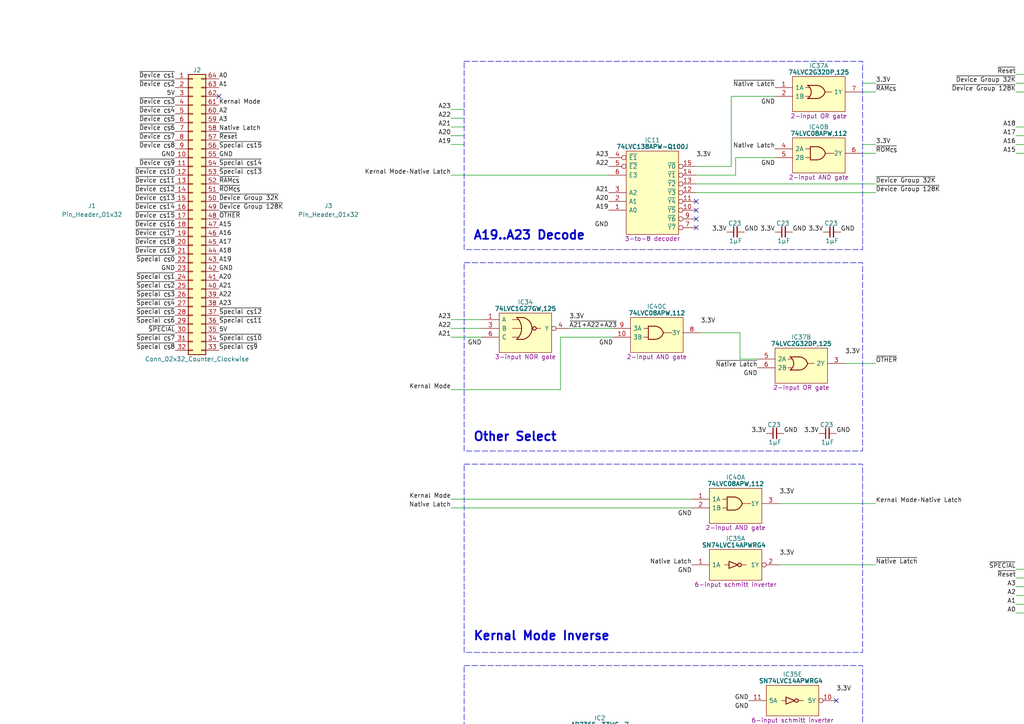
<source format=kicad_sch>
(kicad_sch (version 20230121) (generator eeschema)
  (paper "A4")
  (junction (at 190.5 213.36))
  (junction (at 161.29 213.36))
  (no_connect (at 201.93 60.96))
  (no_connect (at 242.57 203.2))
  (no_connect (at 201.93 66.04))
  (no_connect (at 242.57 219.71))
  (no_connect (at 186.69 218.44))
  (no_connect (at 387.35 107.95))
  (no_connect (at 205.74 236.22))
  (no_connect (at 387.35 113.03))
  (no_connect (at 387.35 110.49))
  (no_connect (at 63.5 27.94))
  (no_connect (at 201.93 63.5))
  (no_connect (at 387.35 115.57))
  (no_connect (at 201.93 58.42))
  (no_connect (at 242.57 237.49))
  (wire (pts (xy 254 105.41) (xy 245.11 105.41)))
  (wire (pts (xy 417.83 46.99) (xy 387.35 46.99)))
  (wire (pts (xy 212.09 27.94) (xy 212.09 48.26)))
  (wire (pts (xy 130.81 92.71) (xy 139.7 92.71)))
  (wire (pts (xy 417.83 177.8) (xy 386.08 177.8)))
  (wire (pts (xy 294.64 172.72) (xy 360.68 172.72)))
  (wire (pts (xy 337.82 64.77) (xy 361.95 64.77)))
  (wire (pts (xy 254 146.05) (xy 226.06 146.05)))
  (wire (pts (xy 417.83 72.39) (xy 387.35 72.39)))
  (wire (pts (xy 294.64 24.13) (xy 298.45 24.13)))
  (wire (pts (xy 417.83 208.28) (xy 386.08 208.28)))
  (wire (pts (xy 417.83 49.53) (xy 387.35 49.53)))
  (wire (pts (xy 214.63 104.14) (xy 219.71 104.14)))
  (wire (pts (xy 214.63 96.52) (xy 214.63 104.14)))
  (wire (pts (xy 254 24.13) (xy 250.19 24.13)))
  (wire (pts (xy 417.83 77.47) (xy 387.35 77.47)))
  (wire (pts (xy 417.83 97.79) (xy 387.35 97.79)))
  (wire (pts (xy 213.36 45.72) (xy 213.36 50.8)))
  (wire (pts (xy 130.81 39.37) (xy 134.62 39.37)))
  (wire (pts (xy 417.83 167.64) (xy 386.08 167.64)))
  (wire (pts (xy 417.83 203.2) (xy 386.08 203.2)))
  (wire (pts (xy 190.5 213.36) (xy 195.58 213.36)))
  (wire (pts (xy 201.93 50.8) (xy 213.36 50.8)))
  (wire (pts (xy 417.83 182.88) (xy 386.08 182.88)))
  (wire (pts (xy 417.83 80.01) (xy 387.35 80.01)))
  (wire (pts (xy 254 26.67) (xy 250.19 26.67)))
  (wire (pts (xy 417.83 36.83) (xy 387.35 36.83)))
  (wire (pts (xy 336.55 198.12) (xy 360.68 198.12)))
  (wire (pts (xy 130.81 95.25) (xy 139.7 95.25)))
  (wire (pts (xy 294.64 44.45) (xy 361.95 44.45)))
  (wire (pts (xy 417.83 205.74) (xy 386.08 205.74)))
  (wire (pts (xy 417.83 175.26) (xy 386.08 175.26)))
  (wire (pts (xy 332.74 165.1) (xy 332.74 162.56)))
  (wire (pts (xy 294.64 36.83) (xy 298.45 36.83)))
  (wire (pts (xy 213.36 45.72) (xy 224.79 45.72)))
  (wire (pts (xy 294.64 165.1) (xy 332.74 165.1)))
  (wire (pts (xy 294.64 21.59) (xy 298.45 21.59)))
  (wire (pts (xy 417.83 213.36) (xy 386.08 213.36)))
  (wire (pts (xy 130.81 113.03) (xy 162.56 113.03)))
  (wire (pts (xy 417.83 74.93) (xy 387.35 74.93)))
  (wire (pts (xy 294.64 167.64) (xy 360.68 167.64)))
  (wire (pts (xy 294.64 41.91) (xy 361.95 41.91)))
  (wire (pts (xy 417.83 44.45) (xy 387.35 44.45)))
  (wire (pts (xy 190.5 218.44) (xy 190.5 213.36)))
  (wire (pts (xy 417.83 41.91) (xy 387.35 41.91)))
  (wire (pts (xy 201.93 53.34) (xy 254 53.34)))
  (wire (pts (xy 130.81 41.91) (xy 134.62 41.91)))
  (wire (pts (xy 417.83 215.9) (xy 386.08 215.9)))
  (wire (pts (xy 294.64 177.8) (xy 360.68 177.8)))
  (wire (pts (xy 417.83 210.82) (xy 386.08 210.82)))
  (wire (pts (xy 294.64 170.18) (xy 298.45 170.18)))
  (wire (pts (xy 130.81 34.29) (xy 134.62 34.29)))
  (wire (pts (xy 130.81 36.83) (xy 134.62 36.83)))
  (wire (pts (xy 130.81 97.79) (xy 139.7 97.79)))
  (wire (pts (xy 165.1 95.25) (xy 177.8 95.25)))
  (wire (pts (xy 130.81 144.78) (xy 200.66 144.78)))
  (wire (pts (xy 417.83 198.12) (xy 386.08 198.12)))
  (wire (pts (xy 332.74 162.56) (xy 360.68 162.56)))
  (wire (pts (xy 417.83 200.66) (xy 386.08 200.66)))
  (wire (pts (xy 417.83 64.77) (xy 387.35 64.77)))
  (wire (pts (xy 130.81 31.75) (xy 134.62 31.75)))
  (wire (pts (xy 417.83 31.75) (xy 387.35 31.75)))
  (wire (pts (xy 417.83 105.41) (xy 387.35 105.41)))
  (wire (pts (xy 162.56 113.03) (xy 162.56 97.79)))
  (wire (pts (xy 417.83 39.37) (xy 387.35 39.37)))
  (wire (pts (xy 294.64 26.67) (xy 298.45 26.67)))
  (wire (pts (xy 254 41.91) (xy 250.19 41.91)))
  (wire (pts (xy 212.09 27.94) (xy 224.79 27.94)))
  (wire (pts (xy 130.81 147.32) (xy 200.66 147.32)))
  (wire (pts (xy 146.05 213.36) (xy 146.05 218.44)))
  (wire (pts (xy 161.29 213.36) (xy 161.29 215.9)))
  (wire (pts (xy 417.83 67.31) (xy 387.35 67.31)))
  (wire (pts (xy 186.69 213.36) (xy 190.5 213.36)))
  (wire (pts (xy 417.83 172.72) (xy 386.08 172.72)))
  (wire (pts (xy 146.05 213.36) (xy 161.29 213.36)))
  (wire (pts (xy 417.83 82.55) (xy 387.35 82.55)))
  (wire (pts (xy 417.83 34.29) (xy 387.35 34.29)))
  (wire (pts (xy 201.93 55.88) (xy 254 55.88)))
  (wire (pts (xy 417.83 180.34) (xy 386.08 180.34)))
  (wire (pts (xy 254 44.45) (xy 250.19 44.45)))
  (wire (pts (xy 417.83 102.87) (xy 387.35 102.87)))
  (wire (pts (xy 162.56 97.79) (xy 177.8 97.79)))
  (wire (pts (xy 146.05 218.44) (xy 147.32 218.44)))
  (wire (pts (xy 226.06 163.83) (xy 254 163.83)))
  (wire (pts (xy 417.83 165.1) (xy 386.08 165.1)))
  (wire (pts (xy 417.83 69.85) (xy 387.35 69.85)))
  (wire (pts (xy 294.64 39.37) (xy 361.95 39.37)))
  (wire (pts (xy 417.83 100.33) (xy 387.35 100.33)))
  (wire (pts (xy 130.81 50.8) (xy 176.53 50.8)))
  (wire (pts (xy 203.2 96.52) (xy 214.63 96.52)))
  (wire (pts (xy 294.64 175.26) (xy 360.68 175.26)))
  (wire (pts (xy 201.93 48.26) (xy 212.09 48.26)))
  (wire (pts (xy 417.83 170.18) (xy 386.08 170.18)))
  (wire (pts (xy 242.57 234.95) (xy 242.57 236.22)))
  (rectangle (start 134.62 76.2) (end 250.19 130.81) (stroke (width 0) (type dash)))
  (rectangle (start 298.45 134.62) (end 414.02 247.65) (stroke (width 0) (type dash)))
  (rectangle (start 134.62 134.62) (end 250.19 189.23) (stroke (width 0) (type dash)))
  (rectangle (start 134.62 17.78) (end 250.19 72.39) (stroke (width 0) (type dash)))
  (rectangle (start 298.45 16.51) (end 414.02 130.81) (stroke (width 0) (type dash)))
  (rectangle (start 134.62 193.04) (end 250.19 247.65) (stroke (width 0) (type dash)))
  (text "A19..A23 Decode" (at 137.16 69.85 0) (effects (font (size 2.54 2.54) (thickness 0.508) bold) (justify left bottom)))
  (text "Device Select" (at 300.355 129.54 0) (effects (font (size 2.54 2.54) (thickness 0.508) bold) (justify left bottom)))
  (text "Special Address Select" (at 300.355 247.015 0) (effects (font (size 2.54 2.54) (thickness 0.508) bold) (justify left bottom)))
  (text "Kernal Mode Inverse" (at 137.16 186.055 0) (effects (font (size 2.54 2.54) (thickness 0.508) bold) (justify left bottom)))
  (text "Power and Spares" (at 137.16 245.11 0) (effects (font (size 2.54 2.54) (thickness 0.508) bold) (justify left bottom)))
  (text "Other Select" (at 137.16 128.27 0) (effects (font (size 2.54 2.54) (thickness 0.508) bold) (justify left bottom)))
  (label "A15" (at 361.95 77.47 180))
  (label "~{Device _{CS}17}" (at 50.8 68.58 180))
  (label "GND" (at 176.53 66.04 180))
  (label "~{Device _{CS}10}" (at 417.83 69.85 0))
  (label "3.3V" (at 242.57 217.17 0))
  (label "A1" (at 63.5 25.4 0))
  (label "~{Device Group 128K}" (at 63.5 60.96 0))
  (label "~{Special _{CS}1}" (at 50.8 81.28 180))
  (label "~{Special _{CS}15}" (at 63.5 43.18 0))
  (label "3.3V" (at 237.49 125.73 180))
  (label "~{Special _{CS}9}" (at 417.83 200.66 0))
  (label "3.3V" (at 165.1 92.71 0))
  (label "3.3V" (at 386.08 162.56 0))
  (label "~{Device Group 32K}" (at 361.95 29.21 180))
  (label "~{ROM_{CS}}" (at 63.5 55.88 0))
  (label "~{Special _{CS}8}" (at 50.8 101.6 180))
  (label "GND" (at 217.17 220.98 180))
  (label "GND" (at 215.9 67.31 0))
  (label "~{Special _{CS}5}" (at 50.8 91.44 180))
  (label "GND" (at 217.17 237.49 180))
  (label "GND" (at 389.89 125.73 0))
  (label "A20" (at 130.81 39.37 180))
  (label "~{Device _{CS}9}" (at 50.8 48.26 180))
  (label "~{Device _{CS}4}" (at 417.83 41.91 0))
  (label "GND" (at 219.71 109.22 180))
  (label "3.3V" (at 203.2 93.98 0))
  (label "GND" (at 161.29 218.44 180))
  (label "A17" (at 294.64 39.37 180))
  (label "3.3V" (at 224.79 67.31 180))
  (label "~{Special _{CS}0}" (at 417.83 165.1 0))
  (label "GND" (at 360.68 215.9 180))
  (label "3.3V" (at 401.32 242.57 180))
  (label "GND" (at 361.95 49.53 180))
  (label "~{Device Group 32K}" (at 361.95 62.23 180))
  (label "~{Device _{CS}14}" (at 417.83 80.01 0))
  (label "~{SPECIAL}" (at 417.83 31.75 0))
  (label "Kernal Mode" (at 130.81 113.03 180))
  (label "~{RAM_{CS}}" (at 63.5 53.34 0))
  (label "3.3V" (at 205.74 233.68 0))
  (label "A22" (at 130.81 95.25 180))
  (label "~{Device _{CS}9}" (at 417.83 67.31 0))
  (label "3.3V" (at 387.35 95.25 0))
  (label "~{Device Group 128K}" (at 294.64 26.67 180))
  (label "~{Device _{CS}12}" (at 417.83 74.93 0))
  (label "~{Special _{CS}3}" (at 417.83 172.72 0))
  (label "~{Device _{CS}7}" (at 50.8 40.64 180))
  (label "A22" (at 63.5 86.36 0))
  (label "GND" (at 200.66 166.37 180))
  (label "GND" (at 195.58 218.44 0))
  (label "~{Device _{CS}3}" (at 50.8 30.48 180))
  (label "A18" (at 361.95 107.95 180))
  (label "~{Special _{CS}3}" (at 50.8 86.36 180))
  (label "~{Device _{CS}1}" (at 50.8 22.86 180))
  (label "~{Special _{CS}6}" (at 50.8 93.98 180))
  (label "GND" (at 224.79 48.26 180))
  (label "~{Device _{CS}19}" (at 417.83 105.41 0))
  (label "~{Special _{CS}13}" (at 417.83 210.82 0))
  (label "~{Special _{CS}2}" (at 417.83 170.18 0))
  (label "3.3V" (at 254 24.13 0))
  (label "Kernal Mode·Native Latch" (at 254 146.05 0))
  (label "A17" (at 63.5 71.12 0))
  (label "Native Latch" (at 130.81 147.32 180))
  (label "~{Device _{CS}2}" (at 417.83 36.83 0))
  (label "~{Device Group 128K}" (at 254 55.88 0))
  (label "~{Special _{CS}6}" (at 417.83 180.34 0))
  (label "A3" (at 294.64 170.18 180))
  (label "~{Reset}" (at 361.95 100.33 180))
  (label "3.3V" (at 254 41.91 0))
  (label "A18" (at 361.95 31.75 180))
  (label "A16" (at 294.64 41.91 180))
  (label "~{SPECIAL}" (at 294.64 165.1 180))
  (label "GND" (at 217.17 203.2 180))
  (label "GND" (at 139.7 100.33 180))
  (label "A23" (at 176.53 45.72 180))
  (label "Kernal Mode" (at 130.81 144.78 180))
  (label "~{Special _{CS}11}" (at 63.5 93.98 0))
  (label "~{Special _{CS}0}" (at 50.8 76.2 180))
  (label "GND" (at 229.87 67.31 0))
  (label "~{Device _{CS}15}" (at 50.8 63.5 180))
  (label "~{Reset}" (at 312.42 64.77 180))
  (label "~{Device _{CS}13}" (at 50.8 58.42 180))
  (label "~{Special _{CS}2}" (at 50.8 83.82 180))
  (label "~{Special _{CS}5}" (at 417.83 177.8 0))
  (label "Native Latch" (at 200.66 163.83 180))
  (label "A21" (at 63.5 83.82 0))
  (label "GND" (at 312.42 67.31 180))
  (label "3.3V" (at 242.57 200.66 0))
  (label "Native Latch" (at 224.79 43.18 180))
  (label "A16" (at 63.5 68.58 0))
  (label "GND" (at 361.95 82.55 180))
  (label "A18" (at 63.5 73.66 0))
  (label "A22" (at 176.53 48.26 180))
  (label "GND" (at 242.57 125.73 0))
  (label "3.3V" (at 226.06 161.29 0))
  (label "~{Reset}" (at 294.64 21.59 180))
  (label "~{Reset}" (at 63.5 40.64 0))
  (label "A19" (at 63.5 76.2 0))
  (label "~{Native Latch}" (at 254 163.83 0))
  (label "GND" (at 361.95 115.57 180))
  (label "~{Special _{CS}7}" (at 417.83 182.88 0))
  (label "3.3V" (at 195.58 213.36 0))
  (label "A15" (at 294.64 44.45 180))
  (label "~{Special _{CS}1}" (at 417.83 167.64 0))
  (label "A19" (at 130.81 41.91 180))
  (label "~{Reset}" (at 294.64 167.64 180))
  (label "GND" (at 63.5 78.74 0))
  (label "~{Special _{CS}10}" (at 63.5 99.06 0))
  (label "~{Device _{CS}16}" (at 417.83 97.79 0))
  (label "A17" (at 361.95 72.39 180))
  (label "A23" (at 63.5 88.9 0))
  (label "~{Special _{CS}4}" (at 50.8 88.9 180))
  (label "A2" (at 294.64 172.72 180))
  (label "~{A21+A22+A23}" (at 165.1 95.25 0))
  (label "~{Device Group 32K}" (at 294.64 24.13 180))
  (label "~{RAM_{CS}}" (at 254 26.67 0))
  (label "~{Special _{CS}14}" (at 63.5 48.26 0))
  (label "~{Device _{CS}5}" (at 417.83 44.45 0))
  (label "~{OTHER}" (at 63.5 63.5 0))
  (label "~{Device Group 128K}" (at 361.95 95.25 180))
  (label "3.3V" (at 337.82 62.23 0))
  (label "~{Device _{CS}1}" (at 417.83 34.29 0))
  (label "A19" (at 176.53 60.96 180))
  (label "3.3V" (at 201.93 45.72 0))
  (label "3.3V" (at 336.55 195.58 0))
  (label "~{SPECIAL}" (at 360.68 195.58 180))
  (label "~{Device _{CS}19}" (at 50.8 73.66 180))
  (label "A3" (at 63.5 35.56 0))
  (label "Kernal Mode·Native Latch" (at 130.81 50.8 180))
  (label "A18" (at 361.95 67.31 180))
  (label "3.3V" (at 226.06 143.51 0))
  (label "A18" (at 294.64 36.83 180))
  (label "~{Device _{CS}3}" (at 417.83 39.37 0))
  (label "~{Reset}" (at 360.68 200.66 180))
  (label "A3" (at 311.15 198.12 180))
  (label "A17" (at 361.95 110.49 180))
  (label "~{Special _{CS}7}" (at 50.8 99.06 180))
  (label "~{Device _{CS}11}" (at 417.83 72.39 0))
  (label "~{Device _{CS}8}" (at 50.8 43.18 180))
  (label "GND" (at 217.17 223.52 180))
  (label "A2" (at 63.5 33.02 0))
  (label "~{Reset}" (at 361.95 34.29 180))
  (label "~{Device _{CS}18}" (at 417.83 102.87 0))
  (label "~{Device _{CS}17}" (at 417.83 100.33 0))
  (label "A3" (at 360.68 165.1 180))
  (label "~{Native Latch}" (at 219.71 106.68 180))
  (label "~{OTHER}" (at 254 105.41 0))
  (label "3.3V" (at 384.81 125.73 180))
  (label "~{Device _{CS}7}" (at 417.83 49.53 0))
  (label "GND" (at 50.8 45.72 180))
  (label "GND" (at 152.4 218.44 0))
  (label "GND" (at 227.33 125.73 0))
  (label "5V" (at 50.8 27.94 180))
  (label "GND" (at 63.5 45.72 0))
  (label "~{Device _{CS}10}" (at 50.8 50.8 180))
  (label "~{Device _{CS}14}" (at 50.8 60.96 180))
  (label "GND" (at 391.16 242.57 0))
  (label "3.3V" (at 245.11 102.87 0))
  (label "3.3V" (at 210.82 67.31 180))
  (label "A16" (at 361.95 74.93 180))
  (label "GND" (at 224.79 30.48 180))
  (label "3.3V" (at 238.76 67.31 180))
  (label "3.3V" (at 387.35 62.23 0))
  (label "A21" (at 130.81 36.83 180))
  (label "GND" (at 217.17 240.03 180))
  (label "GND" (at 50.8 78.74 180))
  (label "5V" (at 63.5 96.52 0))
  (label "~{Device _{CS}2}" (at 50.8 25.4 180))
  (label "~{Device _{CS}4}" (at 50.8 33.02 180))
  (label "GND" (at 180.34 238.76 180))
  (label "A20" (at 176.53 58.42 180))
  (label "GND" (at 177.8 100.33 180))
  (label "GND" (at 217.17 218.44 180))
  (label "~{Device _{CS}18}" (at 50.8 71.12 180))
  (label "~{Special _{CS}13}" (at 63.5 50.8 0))
  (label "~{Device _{CS}8}" (at 417.83 64.77 0))
  (label "A15" (at 63.5 66.04 0))
  (label "~{Special _{CS}11}" (at 417.83 205.74 0))
  (label "~{Special _{CS}15}" (at 417.83 215.9 0))
  (label "3.3V" (at 222.25 125.73 180))
  (label "5V" (at 146.05 213.36 180))
  (label "A0" (at 360.68 210.82 180))
  (label "~{Device Group 32K}" (at 254 53.34 0))
  (label "GND" (at 360.68 182.88 180))
  (label "A23" (at 130.81 31.75 180))
  (label "~{Device _{CS}12}" (at 50.8 55.88 180))
  (label "~{Native Latch}" (at 224.79 25.4 180))
  (label "~{ROM_{CS}}" (at 254 44.45 0))
  (label "~{Device Group 32K}" (at 63.5 58.42 0))
  (label "A1" (at 294.64 175.26 180))
  (label "~{SPECIAL}" (at 50.8 96.52 180))
  (label "~{Special _{CS}4}" (at 417.83 175.26 0))
  (label "~{Device _{CS}11}" (at 50.8 53.34 180))
  (label "GND" (at 361.95 97.79 180))
  (label "~{Special _{CS}10}" (at 417.83 203.2 0))
  (label "3.3V" (at 369.57 125.73 180))
  (label "~{Special _{CS}8}" (at 417.83 198.12 0))
  (label "~{Special _{CS}9}" (at 63.5 101.6 0))
  (label "~{Special _{CS}14}" (at 417.83 213.36 0))
  (label "Kernal Mode" (at 63.5 30.48 0))
  (label "A21" (at 130.81 97.79 180))
  (label "3.3V" (at 386.08 195.58 0))
  (label "3.3V" (at 400.05 125.73 180))
  (label "A2" (at 360.68 205.74 180))
  (label "A0" (at 63.5 22.86 0))
  (label "GND" (at 361.95 105.41 180))
  (label "~{Device _{CS}15}" (at 417.83 82.55 0))
  (label "3.3V" (at 242.57 236.22 0))
  (label "~{Device _{CS}5}" (at 50.8 35.56 180))
  (label "Native Latch" (at 63.5 38.1 0))
  (label "GND" (at 200.66 149.86 180))
  (label "~{Device _{CS}13}" (at 417.83 77.47 0))
  (label "~{Device _{CS}6}" (at 50.8 38.1 180))
  (label "A0" (at 294.64 177.8 180))
  (label "A1" (at 360.68 208.28 180))
  (label "~{Special _{CS}12}" (at 63.5 91.44 0))
  (label "GND" (at 180.34 236.22 180))
  (label "A22" (at 130.81 34.29 180))
  (label "A23" (at 130.81 92.71 180))
  (label "~{Device _{CS}6}" (at 417.83 46.99 0))
  (label "~{Special _{CS}12}" (at 417.83 208.28 0))
  (label "A20" (at 63.5 81.28 0))
  (label "GND" (at 311.15 200.66 180))
  (label "A21" (at 176.53 55.88 180))
  (label "GND" (at 243.84 67.31 0))
  (label "GND" (at 217.17 205.74 180))
  (label "~{Device _{CS}16}" (at 50.8 66.04 180))
  (label "3.3V" (at 386.08 242.57 180))
  (label "GND" (at 374.65 125.73 0))
  (label "GND" (at 406.4 242.57 0))
  (label "GND" (at 405.13 125.73 0))
  (label "3.3V" (at 387.35 29.21 0))
  (symbol (lib_id "HCP65:C_0805") (at 369.57 125.73 0) (unit 1)
    (property "Reference" "C23" (at 371.856 123.19 0))
    (property "Value" "1μF" (at 372.11 128.27 0))
    (property "Footprint" "SamacSys_Parts:C_0805" (effects hide))
    (instances (project "Pico Sound" (path "" (reference "C23") (unit 1))) (project "HCP65 MPU Address Decode" (path "" (reference "C1") (unit 1)) (path "" (reference "C36") (unit 1))))
  )
  (symbol (lib_id "Texas_Instruments:SN74LVC14APWRG4 _Multi") (at 217.17 203.2 0) (unit 5)
    (property "Reference" "IC35" (at 229.87 195.58 0))
    (property "Value" "SN74LVC14APWRG4 " (at 229.87 197.485 0) (effects (font bold)))
    (property "Footprint" "SOP65P640X110-14N" (effects hide))
    (property "Datasheet" "https://www.ti.com/lit/ds/symlink/sn54lvc14a-sp.pdf?HQS=dis-mous-null-mousermode-dsf-pf-null-wwe&ts=1698388139196&ref_url=https%253A%252F%252Fwww.mouser.de%252F" (effects hide))
    (property "Description" "6-input schmitt inverter" (at 229.87 208.915 0))
    (property "Height" "1.1" (effects hide))
    (property "Manufacturer_Name" "Nexperia" (effects hide))
    (property "Manufacturer_Part_Number" "SN74LVC14APWRG4 " (effects hide))
    (property "Mouser Part Number" "SN74LVC14APWRG4 " (effects hide))
    (property "Mouser Price/Stock" "https://www.mouser.co.uk/ProductDetail/Nexperia/74LVC04APW118?qs=me8TqzrmIYUA5zXidd9%2F4g%3D%3D" (effects hide))
    (property "Silkscreen" "74LVC14" (effects hide))
  )
  (symbol (lib_id "HCP65:C_0805") (at 210.82 67.31 0) (unit 1)
    (property "Reference" "C23" (at 213.106 64.77 0))
    (property "Value" "1μF" (at 213.36 69.85 0))
    (property "Footprint" "SamacSys_Parts:C_0805" (effects hide))
    (instances (project "Pico Sound" (path "" (reference "C23") (unit 1))) (project "HCP65 MPU Address Decode" (path "" (reference "C1") (unit 1)) (path "" (reference "C31") (unit 1))))
  )
  (symbol (lib_id "Nexperia:74LVC08APW,112_Multi") (at 217.17 218.44 0) (unit 4)
    (property "Reference" "IC40" (at 229.87 212.09 0))
    (property "Value" "74LVC08APW,112" (at 229.87 213.995 0) (effects (font bold)))
    (property "Footprint" "SOP65P640X110-14N" (effects hide))
    (property "Datasheet" "https://assets.nexperia.com/documents/data-sheet/74LVC08A.pdf" (effects hide))
    (property "Description" "2-input AND gate" (at 229.87 226.695 0))
    (property "Height" "1.1" (effects hide))
    (property "Manufacturer_Name" "Nexperia" (effects hide))
    (property "Manufacturer_Part_Number" "74LVC08APW,112" (effects hide))
    (property "Mouser Part Number" "771-74LVC08APW" (effects hide))
    (property "Mouser Price/Stock" "https://www.mouser.com/Search/Refine.aspx?Keyword=771-74LVC08APW" (effects hide))
    (property "Silkscreen" "74LVC08" (effects hide))
  )
  (symbol (lib_name "74LVC138APW-Q100J_1") (lib_id "Nexperia:74LVC138APW-Q100J") (at 361.95 27.305 0) (unit 1)
    (property "Reference" "IC16" (at 374.65 24.13 0))
    (property "Value" "74LVC138APW-Q100J" (at 374.65 26.035 0) (effects (font bold)))
    (property "Footprint" "SOP65P640X110-16N" (effects hide))
    (property "Datasheet" "https://assets.nexperia.com/documents/data-sheet/74LVC138A_Q100.pdf" (effects hide))
    (property "Description" "3-to-8 decoder" (at 374.65 52.705 0))
    (property "Height" "1.1" (effects hide))
    (property "Mouser Part Number" "771-74LVC138APWQ100J" (effects hide))
    (property "Mouser Price/Stock" "https://www.mouser.co.uk/ProductDetail/Nexperia/74LVC138APW-Q100J?qs=fi7yB2oewZnXKE82xo%252BhJQ%3D%3D" (effects hide))
    (property "Manufacturer_Name" "Nexperia" (effects hide))
    (property "Manufacturer_Part_Number" "74LVC138APW-Q100J" (effects hide))
    (property "Silkscreen" "74LVC138" (effects hide))
  )
  (symbol (lib_id "Nexperia:74LVC1G27GW,125") (at 139.7 92.71 0) (unit 1)
    (property "Reference" "IC34" (at 152.4 87.63 0))
    (property "Value" "74LVC1G27GW,125" (at 152.4 89.535 0) (effects (font bold)))
    (property "Footprint" "SOP65P210X110-6N" (effects hide))
    (property "Datasheet" "https://assets.nexperia.com/documents/data-sheet/74LVC1G27.pdf" (effects hide))
    (property "Description" "3-input NOR gate" (at 152.4 103.505 0))
    (property "Height" "1.1" (effects hide))
    (property "Mouser Part Number" "771-74LVC1G27GW125" (effects hide))
    (property "Mouser Price/Stock" "https://www.mouser.co.uk/ProductDetail/Nexperia/74LVC1G27GW125?qs=NQoTdinTi9Fjyw3yj%2FzFLA%3D%3D" (effects hide))
    (property "Manufacturer_Name" "Nexperia" (effects hide))
    (property "Manufacturer_Part_Number" "74LVC1G27GW,125" (effects hide))
    (property "Silkscreen" "'1G27" (effects hide))
  )
  (symbol (lib_id "HCP65:C_0805") (at 147.32 218.44 0) (unit 1)
    (property "Reference" "C27" (at 149.606 215.9 0))
    (property "Value" "10μF" (at 149.86 220.98 0))
    (property "Footprint" "SamacSys_Parts:C_0805" (effects hide))
    (instances (project "Pico Sound" (path "" (reference "C27") (unit 1))) (project "HCP65 MPU Address Decode" (path "" (reference "C7") (unit 1)) (path "" (reference "C45") (unit 1))))
  )
  (symbol (lib_id "Diodes_Inc:AP7365-33WG-7") (at 161.29 213.36 0) (unit 1)
    (property "Reference" "IC2" (at 173.99 208.28 0))
    (property "Value" "AP7365-33WG-7" (at 173.99 210.185 0) (effects (font bold)))
    (property "Footprint" "SOT95P285X130-5N" (effects hide))
    (property "Datasheet" "https://componentsearchengine.com/Datasheets/1/AP7365-33WG-7.pdf" (effects hide))
    (property "Description" "3.3V LDO voltage regulator" (at 173.99 221.615 0))
    (property "Height" "1.3" (effects hide))
    (property "Manufacturer_Name" "Diodes Inc." (effects hide))
    (property "Manufacturer_Part_Number" "AP7365-33WG-7" (effects hide))
    (property "Mouser Part Number" "621-AP7365-33WG-7" (effects hide))
    (property "Mouser Price/Stock" "https://www.mouser.co.uk/ProductDetail/Diodes-Incorporated/AP7365-33WG-7?qs=abZ1nkZpTuOZFvxvoFPL0w%3D%3D" (effects hide))
    (property "Arrow Part Number" "AP7365-33WG-7" (effects hide))
    (property "Arrow Price/Stock" "https://www.arrow.com/en/products/ap7365-33wg-7/diodes-incorporated?region=nac" (effects hide))
    (property "Silkscreen" "AP7365" (effects hide))
    (instances (project "Pico Sound" (path "" (reference "IC2") (unit 1))) (project "HCP65 MPU Address Decode" (path "" (reference "IC7") (unit 1)) (path "" (reference "IC42") (unit 1))))
  )
  (symbol (lib_id "HCP65:C_0805") (at 190.5 218.44 0) (unit 1)
    (property "Reference" "C27" (at 192.786 215.9 0))
    (property "Value" "10μF" (at 193.04 220.98 0))
    (property "Footprint" "SamacSys_Parts:C_0805" (effects hide))
    (instances (project "Pico Sound" (path "" (reference "C27") (unit 1))) (project "HCP65 MPU Address Decode" (path "" (reference "C7") (unit 1)) (path "" (reference "C46") (unit 1))))
  )
  (symbol (lib_id "HCP65:C_0805") (at 400.05 125.73 0) (unit 1)
    (property "Reference" "C23" (at 402.336 123.19 0))
    (property "Value" "1μF" (at 402.59 128.27 0))
    (property "Footprint" "SamacSys_Parts:C_0805" (effects hide))
    (instances (project "Pico Sound" (path "" (reference "C23") (unit 1))) (project "HCP65 MPU Address Decode" (path "" (reference "C1") (unit 1)) (path "" (reference "C38") (unit 1))))
  )
  (symbol (lib_id "HCP65:C_0805") (at 238.76 67.31 0) (unit 1)
    (property "Reference" "C23" (at 241.046 64.77 0))
    (property "Value" "1μF" (at 241.3 69.85 0))
    (property "Footprint" "SamacSys_Parts:C_0805" (effects hide))
    (instances (project "Pico Sound" (path "" (reference "C23") (unit 1))) (project "HCP65 MPU Address Decode" (path "" (reference "C1") (unit 1)) (path "" (reference "C34") (unit 1))))
  )
  (symbol (lib_name "74LVC138APW-Q100J_2") (lib_id "Nexperia:74LVC138APW-Q100J") (at 360.68 160.655 0) (unit 1)
    (property "Reference" "IC38" (at 373.38 157.48 0))
    (property "Value" "74LVC138APW-Q100J" (at 373.38 159.385 0) (effects (font bold)))
    (property "Footprint" "SOP65P640X110-16N" (effects hide))
    (property "Datasheet" "https://assets.nexperia.com/documents/data-sheet/74LVC138A_Q100.pdf" (effects hide))
    (property "Description" "3-to-8 decoder" (at 373.38 186.055 0))
    (property "Height" "1.1" (effects hide))
    (property "Mouser Part Number" "771-74LVC138APWQ100J" (effects hide))
    (property "Mouser Price/Stock" "https://www.mouser.co.uk/ProductDetail/Nexperia/74LVC138APW-Q100J?qs=fi7yB2oewZnXKE82xo%252BhJQ%3D%3D" (effects hide))
    (property "Manufacturer_Name" "Nexperia" (effects hide))
    (property "Manufacturer_Part_Number" "74LVC138APW-Q100J" (effects hide))
    (property "Silkscreen" "74LVC138" (effects hide))
  )
  (symbol (lib_id "Texas_Instruments:SN74LVC14APWRG4 _Multi") (at 180.34 236.22 0) (unit 2)
    (property "Reference" "IC35" (at 193.04 228.6 0))
    (property "Value" "SN74LVC14APWRG4 " (at 193.04 230.505 0) (effects (font bold)))
    (property "Footprint" "SOP65P640X110-14N" (effects hide))
    (property "Datasheet" "https://www.ti.com/lit/ds/symlink/sn54lvc14a-sp.pdf?HQS=dis-mous-null-mousermode-dsf-pf-null-wwe&ts=1698388139196&ref_url=https%253A%252F%252Fwww.mouser.de%252F" (effects hide))
    (property "Description" "6-input schmitt inverter" (at 193.04 241.935 0))
    (property "Height" "1.1" (effects hide))
    (property "Manufacturer_Name" "Nexperia" (effects hide))
    (property "Manufacturer_Part_Number" "SN74LVC14APWRG4 " (effects hide))
    (property "Mouser Part Number" "SN74LVC14APWRG4 " (effects hide))
    (property "Mouser Price/Stock" "https://www.mouser.co.uk/ProductDetail/Nexperia/74LVC04APW118?qs=me8TqzrmIYUA5zXidd9%2F4g%3D%3D" (effects hide))
    (property "Silkscreen" "74LVC14" (effects hide))
  )
  (symbol (lib_id "Nexperia:74LVC08APW,112_Multi") (at 177.8 95.25 0) (unit 3)
    (property "Reference" "IC40" (at 190.5 88.9 0))
    (property "Value" "74LVC08APW,112" (at 190.5 90.805 0) (effects (font bold)))
    (property "Footprint" "SOP65P640X110-14N" (effects hide))
    (property "Datasheet" "https://assets.nexperia.com/documents/data-sheet/74LVC08A.pdf" (effects hide))
    (property "Description" "2-input AND gate" (at 190.5 103.505 0))
    (property "Height" "1.1" (effects hide))
    (property "Manufacturer_Name" "Nexperia" (effects hide))
    (property "Manufacturer_Part_Number" "74LVC08APW,112" (effects hide))
    (property "Mouser Part Number" "771-74LVC08APW" (effects hide))
    (property "Mouser Price/Stock" "https://www.mouser.com/Search/Refine.aspx?Keyword=771-74LVC08APW" (effects hide))
    (property "Silkscreen" "74LVC08" (effects hide))
  )
  (symbol (lib_id "HCP65:C_0805") (at 386.08 242.57 0) (unit 1)
    (property "Reference" "C23" (at 388.366 240.03 0))
    (property "Value" "1μF" (at 388.62 245.11 0))
    (property "Footprint" "SamacSys_Parts:C_0805" (effects hide))
    (instances (project "Pico Sound" (path "" (reference "C23") (unit 1))) (project "HCP65 MPU Address Decode" (path "" (reference "C1") (unit 1)) (path "" (reference "C39") (unit 1))))
  )
  (symbol (lib_id "HCP65:C_0805") (at 222.25 125.73 0) (unit 1)
    (property "Reference" "C23" (at 224.536 123.19 0))
    (property "Value" "1μF" (at 224.79 128.27 0))
    (property "Footprint" "SamacSys_Parts:C_0805" (effects hide))
    (instances (project "Pico Sound" (path "" (reference "C23") (unit 1))) (project "HCP65 MPU Address Decode" (path "" (reference "C1") (unit 1)) (path "" (reference "C33") (unit 1))))
  )
  (symbol (lib_id "HCP65:Pin_Header_01x32") (at 26.67 60.96 0) (unit 1)
    (property "Reference" "J1" (at 26.67 59.69 0))
    (property "Value" "Pin_Header_01x32" (at 26.67 62.23 0))
    (property "Footprint" "SamacSys_Parts:PinHeader_1x32_P2.54mm_Vertical" (effects hide))
  )
  (symbol (lib_id "HCP65:C_0805") (at 224.79 67.31 0) (unit 1)
    (property "Reference" "C23" (at 227.076 64.77 0))
    (property "Value" "1μF" (at 227.33 69.85 0))
    (property "Footprint" "SamacSys_Parts:C_0805" (effects hide))
    (instances (project "Pico Sound" (path "" (reference "C23") (unit 1))) (project "HCP65 MPU Address Decode" (path "" (reference "C1") (unit 1)) (path "" (reference "C32") (unit 1))))
  )
  (symbol (lib_id "HCP65:C_0805") (at 384.81 125.73 0) (unit 1)
    (property "Reference" "C23" (at 387.096 123.19 0))
    (property "Value" "1μF" (at 387.35 128.27 0))
    (property "Footprint" "SamacSys_Parts:C_0805" (effects hide))
    (instances (project "Pico Sound" (path "" (reference "C23") (unit 1))) (project "HCP65 MPU Address Decode" (path "" (reference "C1") (unit 1)) (path "" (reference "C37") (unit 1))))
  )
  (symbol (lib_id "Texas_Instruments:SN74LVC14APWRG4 _Multi") (at 200.66 163.83 0) (unit 1)
    (property "Reference" "IC35" (at 213.36 156.21 0))
    (property "Value" "SN74LVC14APWRG4 " (at 213.36 158.115 0) (effects (font bold)))
    (property "Footprint" "SOP65P640X110-14N" (effects hide))
    (property "Datasheet" "https://www.ti.com/lit/ds/symlink/sn54lvc14a-sp.pdf?HQS=dis-mous-null-mousermode-dsf-pf-null-wwe&ts=1698388139196&ref_url=https%253A%252F%252Fwww.mouser.de%252F" (effects hide))
    (property "Description" "6-input schmitt inverter" (at 213.36 169.545 0))
    (property "Height" "1.1" (effects hide))
    (property "Manufacturer_Name" "Nexperia" (effects hide))
    (property "Manufacturer_Part_Number" "SN74LVC14APWRG4 " (effects hide))
    (property "Mouser Part Number" "SN74LVC14APWRG4 " (effects hide))
    (property "Mouser Price/Stock" "https://www.mouser.co.uk/ProductDetail/Nexperia/74LVC04APW118?qs=me8TqzrmIYUA5zXidd9%2F4g%3D%3D" (effects hide))
    (property "Silkscreen" "74LVC14" (effects hide))
  )
  (symbol (lib_name "74LVC138APW-Q100J_3") (lib_id "Nexperia:74LVC138APW-Q100J") (at 361.95 93.345 0) (unit 1)
    (property "Reference" "IC33" (at 374.65 90.17 0))
    (property "Value" "74LVC138APW-Q100J" (at 374.65 92.075 0) (effects (font bold)))
    (property "Footprint" "SOP65P640X110-16N" (effects hide))
    (property "Datasheet" "https://assets.nexperia.com/documents/data-sheet/74LVC138A_Q100.pdf" (effects hide))
    (property "Description" "3-to-8 decoder" (at 374.65 118.745 0))
    (property "Height" "1.1" (effects hide))
    (property "Mouser Part Number" "771-74LVC138APWQ100J" (effects hide))
    (property "Mouser Price/Stock" "https://www.mouser.co.uk/ProductDetail/Nexperia/74LVC138APW-Q100J?qs=fi7yB2oewZnXKE82xo%252BhJQ%3D%3D" (effects hide))
    (property "Manufacturer_Name" "Nexperia" (effects hide))
    (property "Manufacturer_Part_Number" "74LVC138APW-Q100J" (effects hide))
    (property "Silkscreen" "74LVC138" (effects hide))
  )
  (symbol (lib_id "HCP65:Pin_Header_01x32") (at 95.25 60.96 0) (unit 1)
    (property "Reference" "J3" (at 95.25 59.69 0))
    (property "Value" "Pin_Header_01x32" (at 95.25 62.23 0))
    (property "Footprint" "SamacSys_Parts:PinHeader_1x32_P2.54mm_Vertical" (effects hide))
  )
  (symbol (lib_id "HCP65:C_0805") (at 237.49 125.73 0) (unit 1)
    (property "Reference" "C23" (at 239.776 123.19 0))
    (property "Value" "1μF" (at 240.03 128.27 0))
    (property "Footprint" "SamacSys_Parts:C_0805" (effects hide))
    (instances (project "Pico Sound" (path "" (reference "C23") (unit 1))) (project "HCP65 MPU Address Decode" (path "" (reference "C1") (unit 1)) (path "" (reference "C35") (unit 1))))
  )
  (symbol (lib_id "Connector_Generic:Conn_02x32_Counter_Clockwise") (at 55.88 60.96 0) (unit 1)
    (property "Reference" "J2" (at 57.15 20.32 0))
    (property "Value" "Conn_02x32_Counter_Clockwise" (at 57.15 104.14 0))
    (property "Footprint" "SamacSys_Parts:DIP-64_Board_W22.86mm" (effects hide))
  )
  (symbol (lib_id "Nexperia:74LVC2G32DP,125_Multi") (at 219.71 104.14 0) (unit 2)
    (property "Reference" "IC37" (at 232.41 97.79 0))
    (property "Value" "74LVC2G32DP,125" (at 232.41 99.695 0) (effects (font bold)))
    (property "Footprint" "SOP65P400X110-8N" (effects hide))
    (property "Datasheet" "https://assets.nexperia.com/documents/data-sheet/74LVC2G32.pdf" (effects hide))
    (property "Description" "2-input OR gate" (at 232.41 112.395 0))
    (property "Height" "1.1" (effects hide))
    (property "Manufacturer_Name" "Nexperia" (effects hide))
    (property "Manufacturer_Part_Number" "74LVC2G32DP,125" (effects hide))
    (property "Mouser Part Number" "771-LVC2G32DP125" (effects hide))
    (property "Mouser Price/Stock" "https://www.mouser.co.uk/ProductDetail/Nexperia/74LVC2G32DP125?qs=me8TqzrmIYW%2FQ9dGbQTEYg%3D%3D" (effects hide))
    (property "Silkscreen" "'2G32" (effects hide))
  )
  (symbol (lib_id "Nexperia:74LVC08APW,112_Multi") (at 200.66 144.78 0) (unit 1)
    (property "Reference" "IC40" (at 213.36 138.43 0))
    (property "Value" "74LVC08APW,112" (at 213.36 140.335 0) (effects (font bold)))
    (property "Footprint" "SOP65P640X110-14N" (effects hide))
    (property "Datasheet" "https://assets.nexperia.com/documents/data-sheet/74LVC08A.pdf" (effects hide))
    (property "Description" "2-input AND gate" (at 213.36 153.035 0))
    (property "Height" "1.1" (effects hide))
    (property "Manufacturer_Name" "Nexperia" (effects hide))
    (property "Manufacturer_Part_Number" "74LVC08APW,112" (effects hide))
    (property "Mouser Part Number" "771-74LVC08APW" (effects hide))
    (property "Mouser Price/Stock" "https://www.mouser.com/Search/Refine.aspx?Keyword=771-74LVC08APW" (effects hide))
    (property "Silkscreen" "74LVC08" (effects hide))
  )
  (symbol (lib_id "Texas_Instruments:SN74LVC14APWRG4 _Multi") (at 311.15 198.12 0) (unit 4)
    (property "Reference" "IC35" (at 323.85 190.5 0))
    (property "Value" "SN74LVC14APWRG4 " (at 323.85 192.405 0) (effects (font bold)))
    (property "Footprint" "SOP65P640X110-14N" (effects hide))
    (property "Datasheet" "https://www.ti.com/lit/ds/symlink/sn54lvc14a-sp.pdf?HQS=dis-mous-null-mousermode-dsf-pf-null-wwe&ts=1698388139196&ref_url=https%253A%252F%252Fwww.mouser.de%252F" (effects hide))
    (property "Description" "6-input schmitt inverter" (at 323.85 203.835 0))
    (property "Height" "1.1" (effects hide))
    (property "Manufacturer_Name" "Nexperia" (effects hide))
    (property "Manufacturer_Part_Number" "SN74LVC14APWRG4 " (effects hide))
    (property "Mouser Part Number" "SN74LVC14APWRG4 " (effects hide))
    (property "Mouser Price/Stock" "https://www.mouser.co.uk/ProductDetail/Nexperia/74LVC04APW118?qs=me8TqzrmIYUA5zXidd9%2F4g%3D%3D" (effects hide))
    (property "Silkscreen" "74LVC14" (effects hide))
  )
  (symbol (lib_id "Nexperia:74LVC138APW-Q100J") (at 176.53 43.815 0) (unit 1)
    (property "Reference" "IC11" (at 189.23 40.64 0))
    (property "Value" "74LVC138APW-Q100J" (at 189.23 42.545 0) (effects (font bold)))
    (property "Footprint" "SOP65P640X110-16N" (effects hide))
    (property "Datasheet" "https://assets.nexperia.com/documents/data-sheet/74LVC138A_Q100.pdf" (effects hide))
    (property "Description" "3-to-8 decoder" (at 189.23 69.215 0))
    (property "Height" "1.1" (effects hide))
    (property "Mouser Part Number" "771-74LVC138APWQ100J" (effects hide))
    (property "Mouser Price/Stock" "https://www.mouser.co.uk/ProductDetail/Nexperia/74LVC138APW-Q100J?qs=fi7yB2oewZnXKE82xo%252BhJQ%3D%3D" (effects hide))
    (property "Manufacturer_Name" "Nexperia" (effects hide))
    (property "Manufacturer_Part_Number" "74LVC138APW-Q100J" (effects hide))
    (property "Silkscreen" "74LVC138" (effects hide))
  )
  (symbol (lib_name "74LVC138APW-Q100J_5") (lib_id "Nexperia:74LVC138APW-Q100J") (at 360.68 193.675 0) (unit 1)
    (property "Reference" "IC39" (at 373.38 190.5 0))
    (property "Value" "74LVC138APW-Q100J" (at 373.38 192.405 0) (effects (font bold)))
    (property "Footprint" "SOP65P640X110-16N" (effects hide))
    (property "Datasheet" "https://assets.nexperia.com/documents/data-sheet/74LVC138A_Q100.pdf" (effects hide))
    (property "Description" "3-to-8 decoder" (at 373.38 219.075 0))
    (property "Height" "1.1" (effects hide))
    (property "Mouser Part Number" "771-74LVC138APWQ100J" (effects hide))
    (property "Mouser Price/Stock" "https://www.mouser.co.uk/ProductDetail/Nexperia/74LVC138APW-Q100J?qs=fi7yB2oewZnXKE82xo%252BhJQ%3D%3D" (effects hide))
    (property "Manufacturer_Name" "Nexperia" (effects hide))
    (property "Manufacturer_Part_Number" "74LVC138APW-Q100J" (effects hide))
    (property "Silkscreen" "74LVC138" (effects hide))
  )
  (symbol (lib_id "HCP65:C_0805") (at 401.32 242.57 0) (unit 1)
    (property "Reference" "C23" (at 403.606 240.03 0))
    (property "Value" "1μF" (at 403.86 245.11 0))
    (property "Footprint" "SamacSys_Parts:C_0805" (effects hide))
    (instances (project "Pico Sound" (path "" (reference "C23") (unit 1))) (project "HCP65 MPU Address Decode" (path "" (reference "C1") (unit 1)) (path "" (reference "C40") (unit 1))))
  )
  (symbol (lib_id "Texas_Instruments:SN74LVC14APWRG4 _Multi") (at 312.42 64.77 0) (unit 3)
    (property "Reference" "IC35" (at 325.12 57.15 0))
    (property "Value" "SN74LVC14APWRG4 " (at 325.12 59.055 0) (effects (font bold)))
    (property "Footprint" "SOP65P640X110-14N" (effects hide))
    (property "Datasheet" "https://www.ti.com/lit/ds/symlink/sn54lvc14a-sp.pdf?HQS=dis-mous-null-mousermode-dsf-pf-null-wwe&ts=1698388139196&ref_url=https%253A%252F%252Fwww.mouser.de%252F" (effects hide))
    (property "Description" "6-input schmitt inverter" (at 325.12 70.485 0))
    (property "Height" "1.1" (effects hide))
    (property "Manufacturer_Name" "Nexperia" (effects hide))
    (property "Manufacturer_Part_Number" "SN74LVC14APWRG4 " (effects hide))
    (property "Mouser Part Number" "SN74LVC14APWRG4 " (effects hide))
    (property "Mouser Price/Stock" "https://www.mouser.co.uk/ProductDetail/Nexperia/74LVC04APW118?qs=me8TqzrmIYUA5zXidd9%2F4g%3D%3D" (effects hide))
    (property "Silkscreen" "74LVC14" (effects hide))
  )
  (symbol (lib_id "Nexperia:74LVC2G32DP,125_Multi") (at 224.79 25.4 0) (unit 1)
    (property "Reference" "IC37" (at 237.49 19.05 0))
    (property "Value" "74LVC2G32DP,125" (at 237.49 20.955 0) (effects (font bold)))
    (property "Footprint" "SOP65P400X110-8N" (effects hide))
    (property "Datasheet" "https://assets.nexperia.com/documents/data-sheet/74LVC2G32.pdf" (effects hide))
    (property "Description" "2-input OR gate" (at 237.49 33.655 0))
    (property "Height" "1.1" (effects hide))
    (property "Manufacturer_Name" "Nexperia" (effects hide))
    (property "Manufacturer_Part_Number" "74LVC2G32DP,125" (effects hide))
    (property "Mouser Part Number" "771-LVC2G32DP125" (effects hide))
    (property "Mouser Price/Stock" "https://www.mouser.co.uk/ProductDetail/Nexperia/74LVC2G32DP125?qs=me8TqzrmIYW%2FQ9dGbQTEYg%3D%3D" (effects hide))
    (property "Silkscreen" "'2G32" (effects hide))
  )
  (symbol (lib_id "Texas_Instruments:SN74LVC14APWRG4 _Multi") (at 217.17 237.49 0) (unit 6)
    (property "Reference" "IC35" (at 229.87 229.87 0))
    (property "Value" "SN74LVC14APWRG4 " (at 229.87 231.775 0) (effects (font bold)))
    (property "Footprint" "SOP65P640X110-14N" (effects hide))
    (property "Datasheet" "https://www.ti.com/lit/ds/symlink/sn54lvc14a-sp.pdf?HQS=dis-mous-null-mousermode-dsf-pf-null-wwe&ts=1698388139196&ref_url=https%253A%252F%252Fwww.mouser.de%252F" (effects hide))
    (property "Description" "6-input schmitt inverter" (at 229.87 243.205 0))
    (property "Height" "1.1" (effects hide))
    (property "Manufacturer_Name" "Nexperia" (effects hide))
    (property "Manufacturer_Part_Number" "SN74LVC14APWRG4 " (effects hide))
    (property "Mouser Part Number" "SN74LVC14APWRG4 " (effects hide))
    (property "Mouser Price/Stock" "https://www.mouser.co.uk/ProductDetail/Nexperia/74LVC04APW118?qs=me8TqzrmIYUA5zXidd9%2F4g%3D%3D" (effects hide))
    (property "Silkscreen" "74LVC14" (effects hide))
  )
  (symbol (lib_name "74LVC138APW-Q100J_4") (lib_id "Nexperia:74LVC138APW-Q100J") (at 361.95 60.325 0) (unit 1)
    (property "Reference" "IC32" (at 374.65 57.15 0))
    (property "Value" "74LVC138APW-Q100J" (at 374.65 59.055 0) (effects (font bold)))
    (property "Footprint" "SOP65P640X110-16N" (effects hide))
    (property "Datasheet" "https://assets.nexperia.com/documents/data-sheet/74LVC138A_Q100.pdf" (effects hide))
    (property "Description" "3-to-8 decoder" (at 374.65 85.725 0))
    (property "Height" "1.1" (effects hide))
    (property "Mouser Part Number" "771-74LVC138APWQ100J" (effects hide))
    (property "Mouser Price/Stock" "https://www.mouser.co.uk/ProductDetail/Nexperia/74LVC138APW-Q100J?qs=fi7yB2oewZnXKE82xo%252BhJQ%3D%3D" (effects hide))
    (property "Manufacturer_Name" "Nexperia" (effects hide))
    (property "Manufacturer_Part_Number" "74LVC138APW-Q100J" (effects hide))
    (property "Silkscreen" "74LVC138" (effects hide))
  )
  (symbol (lib_id "Nexperia:74LVC08APW,112_Multi") (at 224.79 43.18 0) (unit 2)
    (property "Reference" "IC40" (at 237.49 36.83 0))
    (property "Value" "74LVC08APW,112" (at 237.49 38.735 0) (effects (font bold)))
    (property "Footprint" "SOP65P640X110-14N" (effects hide))
    (property "Datasheet" "https://assets.nexperia.com/documents/data-sheet/74LVC08A.pdf" (effects hide))
    (property "Description" "2-input AND gate" (at 237.49 51.435 0))
    (property "Height" "1.1" (effects hide))
    (property "Manufacturer_Name" "Nexperia" (effects hide))
    (property "Manufacturer_Part_Number" "74LVC08APW,112" (effects hide))
    (property "Mouser Part Number" "771-74LVC08APW" (effects hide))
    (property "Mouser Price/Stock" "https://www.mouser.com/Search/Refine.aspx?Keyword=771-74LVC08APW" (effects hide))
    (property "Silkscreen" "74LVC08" (effects hide))
  )
)
</source>
